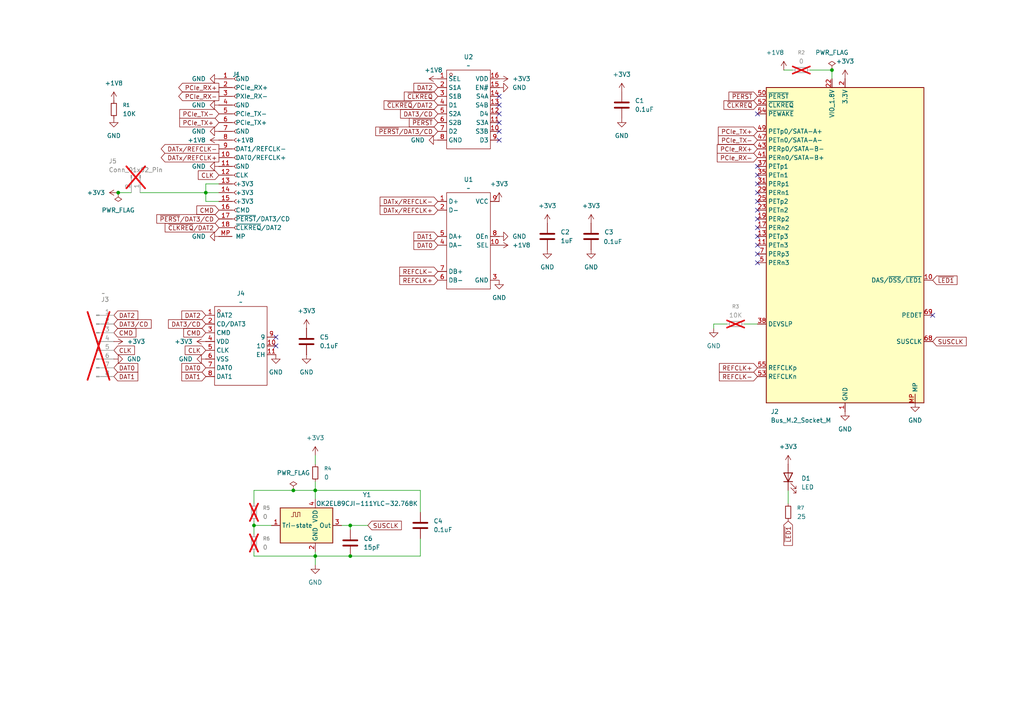
<source format=kicad_sch>
(kicad_sch (version 20250114) (generator "eeschema") (generator_version "9.0")
  (paper "A4")
  (lib_symbols
    (symbol "Connector:Conn_01x02_Pin" (pin_names (offset 1.016) (hide yes))
      (property "Reference" "J" (at 0 2.54 0))
      (property "Value" "Conn_01x02_Pin" (at 0 -5.08 0))
      (symbol "Conn_01x02_Pin_1_1"
        (rectangle (start 0.8636 0.127) (end 0 -0.127) (stroke (width 0.1524)) (fill (type outline)))
        (rectangle (start 0.8636 -2.413) (end 0 -2.667) (stroke (width 0.1524)) (fill (type outline)))
        (polyline (pts (xy 1.27 0) (xy 0.8636 0)) (stroke (width 0.1524)))
        (polyline (pts (xy 1.27 -2.54) (xy 0.8636 -2.54)) (stroke (width 0.1524)))
        (pin passive line (at 5.08 0 180) (length 3.81) (name "Pin_1") (number "1"))
        (pin passive line (at 5.08 -2.54 180) (length 3.81) (name "Pin_2") (number "2"))
      )
    )
    (symbol "Connector:Conn_01x08_Pin" (pin_names (offset 1.016) (hide yes))
      (property "Reference" "J" (at 0 10.16 0))
      (property "Value" "Conn_01x08_Pin" (at 0 -12.7 0))
      (symbol "Conn_01x08_Pin_1_1"
        (rectangle (start 0.8636 7.747) (end 0 7.493) (stroke (width 0.1524)) (fill (type outline)))
        (rectangle (start 0.8636 5.207) (end 0 4.953) (stroke (width 0.1524)) (fill (type outline)))
        (rectangle (start 0.8636 2.667) (end 0 2.413) (stroke (width 0.1524)) (fill (type outline)))
        (rectangle (start 0.8636 0.127) (end 0 -0.127) (stroke (width 0.1524)) (fill (type outline)))
        (rectangle (start 0.8636 -2.413) (end 0 -2.667) (stroke (width 0.1524)) (fill (type outline)))
        (rectangle (start 0.8636 -4.953) (end 0 -5.207) (stroke (width 0.1524)) (fill (type outline)))
        (rectangle (start 0.8636 -7.493) (end 0 -7.747) (stroke (width 0.1524)) (fill (type outline)))
        (rectangle (start 0.8636 -10.033) (end 0 -10.287) (stroke (width 0.1524)) (fill (type outline)))
        (polyline (pts (xy 1.27 7.62) (xy 0.8636 7.62)) (stroke (width 0.1524)))
        (polyline (pts (xy 1.27 5.08) (xy 0.8636 5.08)) (stroke (width 0.1524)))
        (polyline (pts (xy 1.27 2.54) (xy 0.8636 2.54)) (stroke (width 0.1524)))
        (polyline (pts (xy 1.27 0) (xy 0.8636 0)) (stroke (width 0.1524)))
        (polyline (pts (xy 1.27 -2.54) (xy 0.8636 -2.54)) (stroke (width 0.1524)))
        (polyline (pts (xy 1.27 -5.08) (xy 0.8636 -5.08)) (stroke (width 0.1524)))
        (polyline (pts (xy 1.27 -7.62) (xy 0.8636 -7.62)) (stroke (width 0.1524)))
        (polyline (pts (xy 1.27 -10.16) (xy 0.8636 -10.16)) (stroke (width 0.1524)))
        (pin passive line (at 5.08 7.62 180) (length 3.81) (name "Pin_1") (number "1"))
        (pin passive line (at 5.08 5.08 180) (length 3.81) (name "Pin_2") (number "2"))
        (pin passive line (at 5.08 2.54 180) (length 3.81) (name "Pin_3") (number "3"))
        (pin passive line (at 5.08 0 180) (length 3.81) (name "Pin_4") (number "4"))
        (pin passive line (at 5.08 -2.54 180) (length 3.81) (name "Pin_5") (number "5"))
        (pin passive line (at 5.08 -5.08 180) (length 3.81) (name "Pin_6") (number "6"))
        (pin passive line (at 5.08 -7.62 180) (length 3.81) (name "Pin_7") (number "7"))
        (pin passive line (at 5.08 -10.16 180) (length 3.81) (name "Pin_8") (number "8"))
      )
    )
    (symbol "Device:C" (pin_numbers (hide yes)) (pin_names (offset 0.254))
      (property "Reference" "C" (at 0.635 2.54 0))
      (property "Value" "C" (at 0.635 -2.54 0))
      (symbol "C_0_1"
        (polyline (pts (xy -2.032 0.762) (xy 2.032 0.762)) (stroke (width 0.508)))
        (polyline (pts (xy -2.032 -0.762) (xy 2.032 -0.762)) (stroke (width 0.508)))
      )
      (symbol "C_1_1"
        (pin passive line (at 0 3.81 270) (length 2.794) (name "~") (number "1"))
        (pin passive line (at 0 -3.81 90) (length 2.794) (name "~") (number "2"))
      )
    )
    (symbol "Device:LED" (pin_numbers (hide yes)) (pin_names (offset 1.016) (hide yes))
      (property "Reference" "D" (at 0 2.54 0))
      (property "Value" "LED" (at 0 -2.54 0))
      (symbol "LED_0_1"
        (polyline (pts (xy -3.048 -0.762) (xy -4.572 -2.286) (xy -3.81 -2.286) (xy -4.572 -2.286) (xy -4.572 -1.524)))
        (polyline (pts (xy -1.778 -0.762) (xy -3.302 -2.286) (xy -2.54 -2.286) (xy -3.302 -2.286) (xy -3.302 -1.524)))
        (polyline (pts (xy -1.27 0) (xy 1.27 0)))
        (polyline (pts (xy -1.27 -1.27) (xy -1.27 1.27)) (stroke (width 0.254)))
        (polyline (pts (xy 1.27 -1.27) (xy 1.27 1.27) (xy -1.27 0) (xy 1.27 -1.27)) (stroke (width 0.254)))
      )
      (symbol "LED_1_1"
        (pin passive line (at -3.81 0 0) (length 2.54) (name "K") (number "1"))
        (pin passive line (at 3.81 0 180) (length 2.54) (name "A") (number "2"))
      )
    )
    (symbol "Device:R_Small" (pin_numbers (hide yes)) (pin_names (offset 0.254) (hide yes))
      (property "Reference" "R" (at 0 0 90))
      (property "Value" "R_Small" (at 1.778 0 90))
      (symbol "R_Small_0_1"
        (rectangle (start -0.762 1.778) (end 0.762 -1.778) (stroke (width 0.2032)))
      )
      (symbol "R_Small_1_1"
        (pin passive line (at 0 2.54 270) (length 0.762) (name "~") (number "1"))
        (pin passive line (at 0 -2.54 90) (length 0.762) (name "~") (number "2"))
      )
    )
    (symbol "m1cha:Bus_M.2_Socket_M_Platform"
      (property "Reference" "J" (at -22.86 46.99 0))
      (property "Value" "Bus_M.2_Socket_M_Platform" (at 16.51 46.99 0))
      (symbol "Bus_M.2_Socket_M_Platform_0_1"
        (rectangle (start -22.86 45.72) (end 22.86 -45.72) (stroke (width 0.254)) (fill (type background)))
      )
      (symbol "Bus_M.2_Socket_M_Platform_1_1"
        (pin input line (at -25.4 43.18 0) (length 2.54) (name "~{PERST}") (number "50"))
        (pin bidirectional line (at -25.4 40.64 0) (length 2.54) (name "~{CLKREQ}") (number "52"))
        (pin bidirectional line (at -25.4 38.1 0) (length 2.54) (name "~{PEWAKE}") (number "54"))
        (pin input line (at -25.4 33.02 0) (length 2.54) (name "PETp0/SATA-A+") (number "49"))
        (pin input line (at -25.4 30.48 0) (length 2.54) (name "PETn0/SATA-A-") (number "47"))
        (pin output line (at -25.4 27.94 0) (length 2.54) (name "PERp0/SATA-B-") (number "43"))
        (pin output line (at -25.4 25.4 0) (length 2.54) (name "PERn0/SATA-B+") (number "41"))
        (pin input line (at -25.4 22.86 0) (length 2.54) (name "PETp1") (number "37"))
        (pin input line (at -25.4 20.32 0) (length 2.54) (name "PETn1") (number "35"))
        (pin output line (at -25.4 17.78 0) (length 2.54) (name "PERp1") (number "31"))
        (pin output line (at -25.4 15.24 0) (length 2.54) (name "PERn1") (number "29"))
        (pin input line (at -25.4 12.7 0) (length 2.54) (name "PETp2") (number "25"))
        (pin input line (at -25.4 10.16 0) (length 2.54) (name "PETn2") (number "23"))
        (pin output line (at -25.4 7.62 0) (length 2.54) (name "PERp2") (number "19"))
        (pin output line (at -25.4 5.08 0) (length 2.54) (name "PERn2") (number "17"))
        (pin input line (at -25.4 2.54 0) (length 2.54) (name "PETp3") (number "13"))
        (pin input line (at -25.4 0 0) (length 2.54) (name "PETn3") (number "11"))
        (pin output line (at -25.4 -2.54 0) (length 2.54) (name "PERp3") (number "7"))
        (pin output line (at -25.4 -5.08 0) (length 2.54) (name "PERn3") (number "5"))
        (pin input line (at -25.4 -22.86 0) (length 2.54) (name "DEVSLP") (number "38"))
        (pin input line (at -25.4 -35.56 0) (length 2.54) (name "REFCLKp") (number "55"))
        (pin input line (at -25.4 -38.1 0) (length 2.54) (name "REFCLKn") (number "53"))
        (pin power_in line (at -3.81 48.26 270) (length 2.54) (name "VIO_1.8V") (number "22"))
        (pin passive line (at 0 48.26 270) (length 2.54) (hide yes) (name "3.3V") (number "12"))
        (pin passive line (at 0 48.26 270) (length 2.54) (hide yes) (name "3.3V") (number "14"))
        (pin passive line (at 0 48.26 270) (length 2.54) (hide yes) (name "3.3V") (number "16"))
        (pin passive line (at 0 48.26 270) (length 2.54) (hide yes) (name "3.3V") (number "18"))
        (pin power_in line (at 0 48.26 270) (length 2.54) (name "3.3V") (number "2"))
        (pin passive line (at 0 48.26 270) (length 2.54) (hide yes) (name "3.3V") (number "4"))
        (pin passive line (at 0 48.26 270) (length 2.54) (hide yes) (name "3.3V") (number "70"))
        (pin passive line (at 0 48.26 270) (length 2.54) (hide yes) (name "3.3V") (number "72"))
        (pin passive line (at 0 48.26 270) (length 2.54) (hide yes) (name "3.3V") (number "74"))
        (pin power_in line (at 0 -48.26 90) (length 2.54) (name "GND") (number "1"))
        (pin passive line (at 0 -48.26 90) (length 2.54) (hide yes) (name "GND") (number "15"))
        (pin passive line (at 0 -48.26 90) (length 2.54) (hide yes) (name "GND") (number "21"))
        (pin passive line (at 0 -48.26 90) (length 2.54) (hide yes) (name "GND") (number "27"))
        (pin passive line (at 0 -48.26 90) (length 2.54) (hide yes) (name "GND") (number "3"))
        (pin passive line (at 0 -48.26 90) (length 2.54) (hide yes) (name "GND") (number "33"))
        (pin passive line (at 0 -48.26 90) (length 2.54) (hide yes) (name "GND") (number "39"))
        (pin passive line (at 0 -48.26 90) (length 2.54) (hide yes) (name "GND") (number "45"))
        (pin passive line (at 0 -48.26 90) (length 2.54) (hide yes) (name "GND") (number "51"))
        (pin passive line (at 0 -48.26 90) (length 2.54) (hide yes) (name "GND") (number "57"))
        (pin passive line (at 0 -48.26 90) (length 2.54) (hide yes) (name "GND") (number "71"))
        (pin passive line (at 0 -48.26 90) (length 2.54) (hide yes) (name "GND") (number "73"))
        (pin passive line (at 0 -48.26 90) (length 2.54) (hide yes) (name "GND") (number "75"))
        (pin passive line (at 0 -48.26 90) (length 2.54) (hide yes) (name "GND") (number "9"))
        (pin power_in line (at 20.32 -45.72 90) (length 2.54) (name "MP") (number "MP"))
        (pin no_connect line (at 22.86 40.64 180) (length 2.54) (hide yes) (name "NC") (number "58"))
        (pin no_connect line (at 22.86 38.1 180) (length 2.54) (hide yes) (name "NC") (number "56"))
        (pin no_connect line (at 22.86 35.56 180) (length 2.54) (hide yes) (name "NC") (number "48"))
        (pin no_connect line (at 22.86 33.02 180) (length 2.54) (hide yes) (name "NC") (number "46"))
        (pin no_connect line (at 22.86 30.48 180) (length 2.54) (hide yes) (name "NC") (number "44"))
        (pin no_connect line (at 22.86 27.94 180) (length 2.54) (hide yes) (name "NC") (number "42"))
        (pin no_connect line (at 22.86 25.4 180) (length 2.54) (hide yes) (name "NC") (number "40"))
        (pin no_connect line (at 22.86 22.86 180) (length 2.54) (hide yes) (name "NC") (number "36"))
        (pin no_connect line (at 22.86 20.32 180) (length 2.54) (hide yes) (name "NC") (number "34"))
        (pin no_connect line (at 22.86 17.78 180) (length 2.54) (hide yes) (name "NC") (number "32"))
        (pin no_connect line (at 22.86 15.24 180) (length 2.54) (hide yes) (name "NC") (number "30"))
        (pin no_connect line (at 22.86 12.7 180) (length 2.54) (hide yes) (name "NC") (number "28"))
        (pin no_connect line (at 22.86 10.16 180) (length 2.54) (hide yes) (name "NC") (number "26"))
        (pin no_connect line (at 22.86 7.62 180) (length 2.54) (hide yes) (name "NC") (number "24"))
        (pin no_connect line (at 22.86 2.54 180) (length 2.54) (hide yes) (name "NC") (number "20"))
        (pin no_connect line (at 22.86 0 180) (length 2.54) (hide yes) (name "NC") (number "8"))
        (pin no_connect line (at 22.86 -2.54 180) (length 2.54) (hide yes) (name "NC") (number "6"))
        (pin no_connect line (at 22.86 -5.08 180) (length 2.54) (hide yes) (name "NC") (number "67"))
        (pin bidirectional line (at 25.4 -10.16 180) (length 2.54) (name "DAS/~{DSS}/~{LED1}") (number "10"))
        (pin passive line (at 25.4 -20.32 180) (length 2.54) (name "PEDET") (number "69"))
        (pin input line (at 25.4 -27.94 180) (length 2.54) (name "SUSCLK") (number "68"))
      )
    )
    (symbol "m1cha:Molex uSD connector 503398-1892"
      (property "Reference" "CARD" (at 0 0 0))
      (symbol "Molex uSD connector 503398-1892_1_0"
        (rectangle (start -7.62 -11.43) (end 7.62 11.43))
        (circle (center -6.35 10.16) (radius 0.381))
        (pin bidirectional line (at -10.16 8.89 0) (length 2.54) (name "DAT2") (number "1"))
        (pin bidirectional line (at -10.16 6.35 0) (length 2.54) (name "CD/DAT3") (number "2"))
        (pin input line (at -10.16 3.81 0) (length 2.54) (name "CMD") (number "3"))
        (pin power_in line (at -10.16 1.27 0) (length 2.54) (name "VDD") (number "4"))
        (pin input line (at -10.16 -1.27 0) (length 2.54) (name "CLK") (number "5"))
        (pin power_in line (at -10.16 -3.81 0) (length 2.54) (name "VSS") (number "6"))
        (pin bidirectional line (at -10.16 -6.35 0) (length 2.54) (name "DAT0") (number "7"))
        (pin bidirectional line (at -10.16 -8.89 0) (length 2.54) (name "DAT1") (number "8"))
        (pin passive line (at 10.16 2.54 180) (length 2.54) (name "9") (number "9"))
        (pin passive line (at 10.16 0 180) (length 2.54) (name "10") (number "10"))
        (pin passive line (at 10.16 -2.54 180) (length 2.54) (name "EH") (number "11"))
      )
    )
    (symbol "m1cha:OK2EL89CJI-111YLC-32.768K"
      (property "Reference" "Y" (at -6.35 6.35 0))
      (property "Value" "OK2EL89CJI-111YLC-32.768K" (at 11.43 6.35 0))
      (symbol "OK2EL89CJI-111YLC-32.768K_1_1"
        (rectangle (start -7.62 5.08) (end 7.62 -5.08) (stroke (width 0.254)) (fill (type background)))
        (polyline (pts (xy -4.445 2.54) (xy -3.81 2.54) (xy -3.81 3.81) (xy -3.175 3.81) (xy -3.175 2.54) (xy -2.54 2.54) (xy -2.54 3.81) (xy -1.905 3.81) (xy -1.905 2.54)))
        (pin input line (at -10.16 0 0) (length 2.54) (name "Tri-state") (number "1"))
        (pin power_in line (at 2.54 7.62 270) (length 2.54) (name "VDD") (number "4"))
        (pin power_in line (at 2.54 -7.62 90) (length 2.54) (name "GND") (number "2"))
        (pin output line (at 10.16 0 180) (length 2.54) (name "Out") (number "3"))
      )
    )
    (symbol "m1cha:TMUX1574PWR"
      (property "Reference" "U" (at 0 0 0))
      (symbol "TMUX1574PWR_1_0"
        (rectangle (start -6.35 -11.43) (end 6.35 11.43))
        (circle (center -5.08 10.16) (radius 0.381))
        (pin input line (at -8.89 8.89 0) (length 2.54) (name "SEL") (number "1"))
        (pin bidirectional line (at -8.89 6.35 0) (length 2.54) (name "S1A") (number "2"))
        (pin bidirectional line (at -8.89 3.81 0) (length 2.54) (name "S1B") (number "3"))
        (pin bidirectional line (at -8.89 1.27 0) (length 2.54) (name "D1") (number "4"))
        (pin bidirectional line (at -8.89 -1.27 0) (length 2.54) (name "S2A") (number "5"))
        (pin bidirectional line (at -8.89 -3.81 0) (length 2.54) (name "S2B") (number "6"))
        (pin bidirectional line (at -8.89 -6.35 0) (length 2.54) (name "D2") (number "7"))
        (pin power_in line (at -8.89 -8.89 0) (length 2.54) (name "GND") (number "8"))
        (pin power_in line (at 8.89 8.89 180) (length 2.54) (name "VDD") (number "16"))
        (pin input line (at 8.89 6.35 180) (length 2.54) (name "EN#") (number "15"))
        (pin bidirectional line (at 8.89 3.81 180) (length 2.54) (name "S4A") (number "14"))
        (pin bidirectional line (at 8.89 1.27 180) (length 2.54) (name "S4B") (number "13"))
        (pin bidirectional line (at 8.89 -1.27 180) (length 2.54) (name "D4") (number "12"))
        (pin bidirectional line (at 8.89 -3.81 180) (length 2.54) (name "S3A") (number "11"))
        (pin bidirectional line (at 8.89 -6.35 180) (length 2.54) (name "S3B") (number "10"))
        (pin bidirectional line (at 8.89 -8.89 180) (length 2.54) (name "D3") (number "9"))
      )
    )
    (symbol "m1cha:TMUXHS221NKGT"
      (property "Reference" "U" (at 0 0 0))
      (symbol "TMUXHS221NKGT_1_0"
        (rectangle (start -6.35 13.97) (end 6.35 -13.97))
        (pin bidirectional line (at -8.89 11.43 0) (length 2.54) (name "D+") (number "1"))
        (pin bidirectional line (at -8.89 8.89 0) (length 2.54) (name "D-") (number "2"))
        (pin bidirectional line (at -8.89 1.27 0) (length 2.54) (name "DA+") (number "5"))
        (pin bidirectional line (at -8.89 -1.27 0) (length 2.54) (name "DA-") (number "4"))
        (pin bidirectional line (at -8.89 -8.89 0) (length 2.54) (name "DB+") (number "7"))
        (pin bidirectional line (at -8.89 -11.43 0) (length 2.54) (name "DB-") (number "6"))
        (pin power_in line (at 8.89 11.43 180) (length 2.54) (name "VCC") (number "9"))
        (pin input line (at 8.89 1.27 180) (length 2.54) (name "OEn") (number "8"))
        (pin input line (at 8.89 -1.27 180) (length 2.54) (name "SEL") (number "10"))
        (pin power_in line (at 8.89 -11.43 180) (length 2.54) (name "GND") (number "3"))
      )
    )
    (symbol "m1cha:usdex-fpc-connector" (pin_names (offset 1.016))
      (property "Reference" "J" (at 0 22.86 0))
      (property "Value" "usdex-fpc-connector" (at -2.286 25.146 0))
      (symbol "usdex-fpc-connector_1_1"
        (polyline (pts (xy -1.27 20.32) (xy -0.508 20.32)) (stroke (width 0.1524)))
        (polyline (pts (xy -1.27 17.78) (xy -0.508 17.78)) (stroke (width 0.1524)))
        (polyline (pts (xy -1.27 15.24) (xy -0.508 15.24)) (stroke (width 0.1524)))
        (polyline (pts (xy -1.27 12.7) (xy -0.508 12.7)) (stroke (width 0.1524)))
        (polyline (pts (xy -1.27 10.16) (xy -0.508 10.16)) (stroke (width 0.1524)))
        (polyline (pts (xy -1.27 7.62) (xy -0.508 7.62)) (stroke (width 0.1524)))
        (polyline (pts (xy -1.27 5.08) (xy -0.508 5.08)) (stroke (width 0.1524)))
        (polyline (pts (xy -1.27 2.54) (xy -0.508 2.54)) (stroke (width 0.1524)))
        (polyline (pts (xy -1.27 0) (xy -0.508 0)) (stroke (width 0.1524)))
        (polyline (pts (xy -1.27 -2.54) (xy -0.508 -2.54)) (stroke (width 0.1524)))
        (polyline (pts (xy -1.27 -5.08) (xy -0.508 -5.08)) (stroke (width 0.1524)))
        (polyline (pts (xy -1.27 -7.62) (xy -0.508 -7.62)) (stroke (width 0.1524)))
        (polyline (pts (xy -1.27 -10.16) (xy -0.508 -10.16)) (stroke (width 0.1524)))
        (polyline (pts (xy -1.27 -12.7) (xy -0.508 -12.7)) (stroke (width 0.1524)))
        (polyline (pts (xy -1.27 -15.24) (xy -0.508 -15.24)) (stroke (width 0.1524)))
        (polyline (pts (xy -1.27 -17.78) (xy -0.508 -17.78)) (stroke (width 0.1524)))
        (polyline (pts (xy -1.27 -20.32) (xy -0.508 -20.32)) (stroke (width 0.1524)))
        (polyline (pts (xy -1.27 -22.86) (xy -0.508 -22.86)) (stroke (width 0.1524)))
        (arc (start 0 19.812) (mid -0.5058 20.32) (end 0 20.828) (stroke (width 0.1524)))
        (arc (start 0 17.272) (mid -0.5058 17.78) (end 0 18.288) (stroke (width 0.1524)))
        (arc (start 0 14.732) (mid -0.5058 15.24) (end 0 15.748) (stroke (width 0.1524)))
        (arc (start 0 12.192) (mid -0.5058 12.7) (end 0 13.208) (stroke (width 0.1524)))
        (arc (start 0 9.652) (mid -0.5058 10.16) (end 0 10.668) (stroke (width 0.1524)))
        (arc (start 0 7.112) (mid -0.5058 7.62) (end 0 8.128) (stroke (width 0.1524)))
        (arc (start 0 4.572) (mid -0.5058 5.08) (end 0 5.588) (stroke (width 0.1524)))
        (arc (start 0 2.032) (mid -0.5058 2.54) (end 0 3.048) (stroke (width 0.1524)))
        (arc (start 0 -0.508) (mid -0.5058 0) (end 0 0.508) (stroke (width 0.1524)))
        (arc (start 0 -3.048) (mid -0.5058 -2.54) (end 0 -2.032) (stroke (width 0.1524)))
        (arc (start 0 -5.588) (mid -0.5058 -5.08) (end 0 -4.572) (stroke (width 0.1524)))
        (arc (start 0 -8.128) (mid -0.5058 -7.62) (end 0 -7.112) (stroke (width 0.1524)))
        (arc (start 0 -10.668) (mid -0.5058 -10.16) (end 0 -9.652) (stroke (width 0.1524)))
        (arc (start 0 -13.208) (mid -0.5058 -12.7) (end 0 -12.192) (stroke (width 0.1524)))
        (arc (start 0 -15.748) (mid -0.5058 -15.24) (end 0 -14.732) (stroke (width 0.1524)))
        (arc (start 0 -18.288) (mid -0.5058 -17.78) (end 0 -17.272) (stroke (width 0.1524)))
        (arc (start 0 -20.828) (mid -0.5058 -20.32) (end 0 -19.812) (stroke (width 0.1524)))
        (arc (start 0 -23.368) (mid -0.5058 -22.86) (end 0 -22.352) (stroke (width 0.1524)))
        (pin power_out line (at -5.08 20.32 0) (length 3.81) (name "GND") (number "1"))
        (pin passive line (at -5.08 17.78 0) (length 3.81) (name "PCIe_RX+") (number "2"))
        (pin passive line (at -5.08 15.24 0) (length 3.81) (name "PXIe_RX-") (number "3"))
        (pin passive line (at -5.08 12.7 0) (length 3.81) (name "GND") (number "4"))
        (pin passive line (at -5.08 10.16 0) (length 3.81) (name "PCIe_TX-") (number "5"))
        (pin passive line (at -5.08 7.62 0) (length 3.81) (name "PCIe_TX+") (number "6"))
        (pin passive line (at -5.08 5.08 0) (length 3.81) (name "GND") (number "7"))
        (pin power_out line (at -5.08 2.54 0) (length 3.81) (name "+1V8") (number "8"))
        (pin passive line (at -5.08 0 0) (length 3.81) (name "DAT1/REFCLK-") (number "9"))
        (pin passive line (at -5.08 -2.54 0) (length 3.81) (name "DAT0/REFCLK+") (number "10"))
        (pin passive line (at -5.08 -5.08 0) (length 3.81) (name "GND") (number "11"))
        (pin passive line (at -5.08 -7.62 0) (length 3.81) (name "CLK") (number "12"))
        (pin power_out line (at -5.08 -10.16 0) (length 3.81) (name "+3V3") (number "13"))
        (pin passive line (at -5.08 -12.7 0) (length 3.81) (name "+3V3") (number "14"))
        (pin passive line (at -5.08 -15.24 0) (length 3.81) (name "+3V3") (number "15"))
        (pin passive line (at -5.08 -17.78 0) (length 3.81) (name "CMD") (number "16"))
        (pin passive line (at -5.08 -20.32 0) (length 3.81) (name "~{PERST}/DAT3/CD") (number "17"))
        (pin passive line (at -5.08 -22.86 0) (length 3.81) (name "~{CLKREQ}/DAT2") (number "18"))
        (pin passive line (at -5.08 -25.4 0) (length 3.81) (name "MP") (number "MP"))
      )
    )
    (symbol "power:+1V8" (power) (pin_numbers (hide yes)) (pin_names (offset 0) (hide yes))
      (property "Value" "+1V8" (at 0 3.556 0))
      (symbol "+1V8_0_1"
        (polyline (pts (xy -0.762 1.27) (xy 0 2.54)))
        (polyline (pts (xy 0 2.54) (xy 0.762 1.27)))
        (polyline (pts (xy 0 0) (xy 0 2.54)))
      )
      (symbol "+1V8_1_1"
        (pin power_in line (at 0 0 90) (length 0) (name "~") (number "1"))
      )
    )
    (symbol "power:+3V3" (power) (pin_numbers (hide yes)) (pin_names (offset 0) (hide yes))
      (property "Value" "+3V3" (at 0 3.556 0))
      (symbol "+3V3_0_1"
        (polyline (pts (xy -0.762 1.27) (xy 0 2.54)))
        (polyline (pts (xy 0 2.54) (xy 0.762 1.27)))
        (polyline (pts (xy 0 0) (xy 0 2.54)))
      )
      (symbol "+3V3_1_1"
        (pin power_in line (at 0 0 90) (length 0) (name "~") (number "1"))
      )
    )
    (symbol "power:GND" (power) (pin_numbers (hide yes)) (pin_names (offset 0) (hide yes))
      (property "Value" "GND" (at 0 -3.81 0))
      (symbol "GND_0_1"
        (polyline (pts (xy 0 0) (xy 0 -1.27) (xy 1.27 -1.27) (xy 0 -2.54) (xy -1.27 -1.27) (xy 0 -1.27)))
      )
      (symbol "GND_1_1"
        (pin power_in line (at 0 0 270) (length 0) (name "~") (number "1"))
      )
    )
    (symbol "power:PWR_FLAG" (power) (pin_numbers (hide yes)) (pin_names (offset 0) (hide yes))
      (property "Value" "PWR_FLAG" (at 0 3.81 0))
      (symbol "PWR_FLAG_0_0"
        (pin power_out line (at 0 0 90) (length 0) (name "~") (number "1"))
      )
      (symbol "PWR_FLAG_0_1"
        (polyline (pts (xy 0 0) (xy 0 1.27) (xy -1.016 1.905) (xy 0 2.54) (xy 1.016 1.905) (xy 0 1.27)))
      )
    )
  )
  (junction (at 91.44 142.24))
  (junction (at 85.09 142.24))
  (junction (at 241.3 20.32))
  (junction (at 101.6 152.4))
  (junction (at 73.66 152.4))
  (junction (at 101.6 161.29))
  (junction (at 59.69 55.88))
  (junction (at 34.29 55.88))
  (junction (at 91.44 161.29))
  (no_connect (at 144.78 30.48))
  (no_connect (at 144.78 40.64))
  (no_connect (at 219.71 58.42))
  (no_connect (at 144.78 27.94))
  (no_connect (at 219.71 60.96))
  (no_connect (at 80.01 97.79))
  (no_connect (at 80.01 100.33))
  (no_connect (at 219.71 71.12))
  (no_connect (at 219.71 53.34))
  (no_connect (at 219.71 48.26))
  (no_connect (at 144.78 33.02))
  (no_connect (at 219.71 63.5))
  (no_connect (at 219.71 66.04))
  (no_connect (at 270.51 91.44))
  (no_connect (at 219.71 33.02))
  (no_connect (at 219.71 76.2))
  (no_connect (at 219.71 68.58))
  (no_connect (at 144.78 35.56))
  (no_connect (at 219.71 55.88))
  (no_connect (at 219.71 50.8))
  (no_connect (at 144.78 38.1))
  (no_connect (at 219.71 73.66))
  (wire (pts (xy 73.66 160.02) (xy 73.66 161.29)))
  (wire (pts (xy 215.9 93.98) (xy 219.71 93.98)))
  (wire (pts (xy 59.69 53.34) (xy 59.69 55.88)))
  (wire (pts (xy 91.44 139.7) (xy 91.44 142.24)))
  (wire (pts (xy 101.6 152.4) (xy 101.6 153.67)))
  (wire (pts (xy 91.44 132.08) (xy 91.44 134.62)))
  (wire (pts (xy 73.66 146.05) (xy 73.66 142.24)))
  (wire (pts (xy 91.44 163.83) (xy 91.44 161.29)))
  (wire (pts (xy 228.6 142.24) (xy 228.6 146.05)))
  (wire (pts (xy 73.66 142.24) (xy 85.09 142.24)))
  (wire (pts (xy 34.29 55.88) (xy 38.1 55.88)))
  (wire (pts (xy 59.69 55.88) (xy 63.5 55.88)))
  (wire (pts (xy 121.92 142.24) (xy 121.92 148.59)))
  (wire (pts (xy 207.01 93.98) (xy 210.82 93.98)))
  (wire (pts (xy 241.3 20.32) (xy 234.95 20.32)))
  (wire (pts (xy 101.6 152.4) (xy 99.06 152.4)))
  (wire (pts (xy 106.68 152.4) (xy 101.6 152.4)))
  (wire (pts (xy 121.92 161.29) (xy 101.6 161.29)))
  (wire (pts (xy 63.5 58.42) (xy 59.69 58.42)))
  (wire (pts (xy 91.44 142.24) (xy 91.44 144.78)))
  (wire (pts (xy 121.92 156.21) (xy 121.92 161.29)))
  (wire (pts (xy 101.6 161.29) (xy 91.44 161.29)))
  (wire (pts (xy 207.01 95.25) (xy 207.01 93.98)))
  (wire (pts (xy 91.44 161.29) (xy 91.44 160.02)))
  (wire (pts (xy 73.66 152.4) (xy 73.66 154.94)))
  (wire (pts (xy 227.33 20.32) (xy 229.87 20.32)))
  (wire (pts (xy 40.64 55.88) (xy 59.69 55.88)))
  (wire (pts (xy 85.09 142.24) (xy 91.44 142.24)))
  (wire (pts (xy 59.69 58.42) (xy 59.69 55.88)))
  (wire (pts (xy 73.66 161.29) (xy 91.44 161.29)))
  (wire (pts (xy 78.74 152.4) (xy 73.66 152.4)))
  (wire (pts (xy 241.3 20.32) (xy 241.3 22.86)))
  (wire (pts (xy 91.44 142.24) (xy 121.92 142.24)))
  (wire (pts (xy 63.5 53.34) (xy 59.69 53.34)))
  (wire (pts (xy 73.66 152.4) (xy 73.66 151.13)))
  (global_label "CMD" (shape input) (at 63.5 60.96 180) (property "Intersheetrefs" "${INTERSHEET_REFS}" (effects (hide yes))))
  (global_label "DAT0" (shape input) (at 127 71.12 180) (property "Intersheetrefs" "${INTERSHEET_REFS}" (effects (hide yes))))
  (global_label "PCIe_RX+" (shape input) (at 219.71 43.18 180) (property "Intersheetrefs" "${INTERSHEET_REFS}" (effects (hide yes))))
  (global_label "SUSCLK" (shape input) (at 270.51 99.06 0) (property "Intersheetrefs" "${INTERSHEET_REFS}" (effects (hide yes))))
  (global_label "REFCLK-" (shape input) (at 127 78.74 180) (property "Intersheetrefs" "${INTERSHEET_REFS}" (effects (hide yes))))
  (global_label "CLK" (shape input) (at 63.5 50.8 180) (property "Intersheetrefs" "${INTERSHEET_REFS}" (effects (hide yes))))
  (global_label "~{PERST}" (shape input) (at 219.71 27.94 180) (property "Intersheetrefs" "${INTERSHEET_REFS}" (effects (hide yes))))
  (global_label "~{CLKREQ}" (shape input) (at 219.71 30.48 180) (property "Intersheetrefs" "${INTERSHEET_REFS}" (effects (hide yes))))
  (global_label "REFCLK+" (shape input) (at 219.71 106.68 180) (property "Intersheetrefs" "${INTERSHEET_REFS}" (effects (hide yes))))
  (global_label "~{CLKREQ}" (shape input) (at 127 27.94 180) (property "Intersheetrefs" "${INTERSHEET_REFS}" (effects (hide yes))))
  (global_label "DAT2" (shape input) (at 127 25.4 180) (property "Intersheetrefs" "${INTERSHEET_REFS}" (effects (hide yes))))
  (global_label "PCIe_TX-" (shape input) (at 219.71 40.64 180) (property "Intersheetrefs" "${INTERSHEET_REFS}" (effects (hide yes))))
  (global_label "~{PERST}{slash}DAT3{slash}CD" (shape input) (at 63.5 63.5 180) (property "Intersheetrefs" "${INTERSHEET_REFS}" (effects (hide yes))))
  (global_label "DAT0" (shape input) (at 33.02 106.68 0) (property "Intersheetrefs" "${INTERSHEET_REFS}" (effects (hide yes))))
  (global_label "PCIe_TX+" (shape input) (at 219.71 38.1 180) (property "Intersheetrefs" "${INTERSHEET_REFS}" (effects (hide yes))))
  (global_label "DAT1" (shape input) (at 59.69 109.22 180) (property "Intersheetrefs" "${INTERSHEET_REFS}" (effects (hide yes))))
  (global_label "DAT1" (shape input) (at 127 68.58 180) (property "Intersheetrefs" "${INTERSHEET_REFS}" (effects (hide yes))))
  (global_label "SUSCLK" (shape input) (at 106.68 152.4 0) (property "Intersheetrefs" "${INTERSHEET_REFS}" (effects (hide yes))))
  (global_label "PCIe_RX-" (shape output) (at 63.5 27.94 180) (property "Intersheetrefs" "${INTERSHEET_REFS}" (effects (hide yes))))
  (global_label "~{CLKREQ}{slash}DAT2" (shape input) (at 127 30.48 180) (property "Intersheetrefs" "${INTERSHEET_REFS}" (effects (hide yes))))
  (global_label "CMD" (shape input) (at 59.69 96.52 180) (property "Intersheetrefs" "${INTERSHEET_REFS}" (effects (hide yes))))
  (global_label "~{LED1}" (shape input) (at 270.51 81.28 0) (property "Intersheetrefs" "${INTERSHEET_REFS}" (effects (hide yes))))
  (global_label "CLK" (shape input) (at 33.02 101.6 0) (property "Intersheetrefs" "${INTERSHEET_REFS}" (effects (hide yes))))
  (global_label "~{CLKREQ}{slash}DAT2" (shape input) (at 63.5 66.04 180) (property "Intersheetrefs" "${INTERSHEET_REFS}" (effects (hide yes))))
  (global_label "DAT1" (shape input) (at 33.02 109.22 0) (property "Intersheetrefs" "${INTERSHEET_REFS}" (effects (hide yes))))
  (global_label "DATx{slash}REFCLK-" (shape input) (at 127 58.42 180) (property "Intersheetrefs" "${INTERSHEET_REFS}" (effects (hide yes))))
  (global_label "CLK" (shape input) (at 59.69 101.6 180) (property "Intersheetrefs" "${INTERSHEET_REFS}" (effects (hide yes))))
  (global_label "DAT2" (shape input) (at 33.02 91.44 0) (property "Intersheetrefs" "${INTERSHEET_REFS}" (effects (hide yes))))
  (global_label "DAT2" (shape input) (at 59.69 91.44 180) (property "Intersheetrefs" "${INTERSHEET_REFS}" (effects (hide yes))))
  (global_label "DAT3{slash}CD" (shape input) (at 33.02 93.98 0) (property "Intersheetrefs" "${INTERSHEET_REFS}" (effects (hide yes))))
  (global_label "DATx{slash}REFCLK+" (shape output) (at 63.5 45.72 180) (property "Intersheetrefs" "${INTERSHEET_REFS}" (effects (hide yes))))
  (global_label "DAT3{slash}CD" (shape input) (at 59.69 93.98 180) (property "Intersheetrefs" "${INTERSHEET_REFS}" (effects (hide yes))))
  (global_label "DAT3{slash}CD" (shape input) (at 127 33.02 180) (property "Intersheetrefs" "${INTERSHEET_REFS}" (effects (hide yes))))
  (global_label "REFCLK+" (shape input) (at 127 81.28 180) (property "Intersheetrefs" "${INTERSHEET_REFS}" (effects (hide yes))))
  (global_label "DATx{slash}REFCLK+" (shape input) (at 127 60.96 180) (property "Intersheetrefs" "${INTERSHEET_REFS}" (effects (hide yes))))
  (global_label "~{PERST}{slash}DAT3{slash}CD" (shape input) (at 127 38.1 180) (property "Intersheetrefs" "${INTERSHEET_REFS}" (effects (hide yes))))
  (global_label "DAT0" (shape input) (at 59.69 106.68 180) (property "Intersheetrefs" "${INTERSHEET_REFS}" (effects (hide yes))))
  (global_label "PCIe_TX+" (shape input) (at 63.5 35.56 180) (property "Intersheetrefs" "${INTERSHEET_REFS}" (effects (hide yes))))
  (global_label "PCIe_RX+" (shape output) (at 63.5 25.4 180) (property "Intersheetrefs" "${INTERSHEET_REFS}" (effects (hide yes))))
  (global_label "REFCLK-" (shape input) (at 219.71 109.22 180) (property "Intersheetrefs" "${INTERSHEET_REFS}" (effects (hide yes))))
  (global_label "PCIe_RX-" (shape input) (at 219.71 45.72 180) (property "Intersheetrefs" "${INTERSHEET_REFS}" (effects (hide yes))))
  (global_label "~{PERST}" (shape input) (at 127 35.56 180) (property "Intersheetrefs" "${INTERSHEET_REFS}" (effects (hide yes))))
  (global_label "DATx{slash}REFCLK-" (shape output) (at 63.5 43.18 180) (property "Intersheetrefs" "${INTERSHEET_REFS}" (effects (hide yes))))
  (global_label "PCIe_TX-" (shape input) (at 63.5 33.02 180) (property "Intersheetrefs" "${INTERSHEET_REFS}" (effects (hide yes))))
  (global_label "CMD" (shape input) (at 33.02 96.52 0) (property "Intersheetrefs" "${INTERSHEET_REFS}" (effects (hide yes))))
  (global_label "~{LED1}" (shape input) (at 228.6 151.13 270) (property "Intersheetrefs" "${INTERSHEET_REFS}" (effects (hide yes))))
  (symbol (lib_id "Device:LED") (at 228.6 138.43 90) (unit 1)
    (property "Reference" "D1" (at 232.41 138.7474 90) (effects (justify right)))
    (property "Value" "LED" (at 232.41 141.2874 90) (effects (justify right)))
    (property "Footprint" "LED_SMD:LED_0805_2012Metric" (effects (hide yes)))
    (property "Description" "Light emitting diode" (effects (hide yes)))
    (property "Sim.Pins" "1=K 2=A" (effects (hide yes)))
    (property "LCSC Part #" "C2297" (effects (hide yes)))
  )
  (symbol (lib_id "power:GND") (at 144.78 81.28 0) (unit 1)
    (property "Reference" "#PWR011" (effects (hide yes)))
    (property "Value" "GND" (at 144.78 86.36 0))
    (property "Description" "Power symbol creates a global label with name \"GND\" , ground" (effects (hide yes)))
  )
  (symbol (lib_id "power:+3V3") (at 88.9 95.25 0) (unit 1)
    (property "Reference" "#PWR057" (effects (hide yes)))
    (property "Value" "+3V3" (at 88.9 90.17 0))
    (property "Description" "Power symbol creates a global label with name \"+3V3\"" (effects (hide yes)))
  )
  (symbol (lib_id "power:GND") (at 91.44 163.83 0) (unit 1)
    (property "Reference" "#PWR027" (effects (hide yes)))
    (property "Value" "GND" (at 91.44 168.91 0))
    (property "Description" "Power symbol creates a global label with name \"GND\" , ground" (effects (hide yes)))
  )
  (symbol (lib_id "power:GND") (at 265.43 116.84 0) (unit 1)
    (property "Reference" "#PWR012" (effects (hide yes)))
    (property "Value" "GND" (at 265.43 121.92 0))
    (property "Description" "Power symbol creates a global label with name \"GND\" , ground" (effects (hide yes)))
  )
  (symbol (lib_id "Device:R_Small") (at 232.41 20.32 90) (unit 1) (dnp yes)
    (property "Reference" "R2" (at 232.41 15.24 90) (effects (font (size 1.016 1.016))))
    (property "Value" "0" (at 232.41 17.78 90))
    (property "Footprint" "Resistor_SMD:R_0402_1005Metric" (effects (hide yes)))
    (property "Description" "Resistor, small symbol" (effects (hide yes)))
  )
  (symbol (lib_id "Device:C") (at 121.92 152.4 0) (unit 1)
    (property "Reference" "C4" (at 125.73 151.1299 0) (effects (justify left)))
    (property "Value" "0.1uF" (at 125.73 153.6699 0) (effects (justify left)))
    (property "Footprint" "Capacitor_SMD:C_0402_1005Metric" (effects (hide yes)))
    (property "Description" "Unpolarized capacitor" (effects (hide yes)))
    (property "LCSC Part #" "C1525" (effects (hide yes)))
  )
  (symbol (lib_id "Connector:Conn_01x08_Pin") (at 27.94 99.06 0) (unit 1) (dnp yes)
    (property "Reference" "J3" (at 30.48 86.868 0))
    (property "Value" "~" (at 29.972 85.09 0))
    (property "Footprint" "Connector_PinHeader_2.54mm:PinHeader_1x08_P2.54mm_Vertical" (effects (hide yes)))
    (property "Description" "Generic connector, single row, 01x08, script generated" (effects (hide yes)))
  )
  (symbol (lib_id "Device:C") (at 158.75 68.58 0) (unit 1)
    (property "Reference" "C2" (at 162.56 67.3099 0) (effects (justify left)))
    (property "Value" "1uF" (at 162.56 69.8499 0) (effects (justify left)))
    (property "Footprint" "Capacitor_SMD:C_0402_1005Metric" (effects (hide yes)))
    (property "Description" "Unpolarized capacitor" (effects (hide yes)))
    (property "LCSC Part #" "C52923" (effects (hide yes)))
  )
  (symbol (lib_id "Device:C") (at 180.34 30.48 0) (unit 1)
    (property "Reference" "C1" (at 184.15 29.2099 0) (effects (justify left)))
    (property "Value" "0.1uF" (at 184.15 31.7499 0) (effects (justify left)))
    (property "Footprint" "Capacitor_SMD:C_0402_1005Metric" (effects (hide yes)))
    (property "Description" "Unpolarized capacitor" (effects (hide yes)))
    (property "LCSC Part #" "C1525" (effects (hide yes)))
  )
  (symbol (lib_id "Device:R_Small") (at 228.6 148.59 0) (unit 1)
    (property "Reference" "R7" (at 231.14 147.3199 0) (effects (font (size 1.016 1.016)) (justify left)))
    (property "Value" "25" (at 231.14 149.8599 0) (effects (justify left)))
    (property "Footprint" "Resistor_SMD:R_0805_2012Metric" (effects (hide yes)))
    (property "Description" "Resistor, small symbol" (effects (hide yes)))
    (property "LCSC Part #" "C17544" (effects (hide yes)))
  )
  (symbol (lib_id "power:GND") (at 171.45 72.39 0) (unit 1)
    (property "Reference" "#PWR023" (effects (hide yes)))
    (property "Value" "GND" (at 171.45 77.47 0))
    (property "Description" "Power symbol creates a global label with name \"GND\" , ground" (effects (hide yes)))
  )
  (symbol (lib_id "power:GND") (at 245.11 119.38 0) (unit 1)
    (property "Reference" "#PWR010" (effects (hide yes)))
    (property "Value" "GND" (at 245.11 124.46 0))
    (property "Description" "Power symbol creates a global label with name \"GND\" , ground" (effects (hide yes)))
  )
  (symbol (lib_id "power:GND") (at 63.5 30.48 270) (unit 1)
    (property "Reference" "#PWR043" (effects (hide yes)))
    (property "Value" "GND" (at 59.69 30.4799 90) (effects (justify right)))
    (property "Description" "Power symbol creates a global label with name \"GND\" , ground" (effects (hide yes)))
  )
  (symbol (lib_id "power:GND") (at 144.78 25.4 90) (unit 1)
    (property "Reference" "#PWR015" (effects (hide yes)))
    (property "Value" "GND" (at 148.59 25.3999 90) (effects (justify right)))
    (property "Description" "Power symbol creates a global label with name \"GND\" , ground" (effects (hide yes)))
  )
  (symbol (lib_id "power:GND") (at 63.5 68.58 270) (unit 1)
    (property "Reference" "#PWR058" (effects (hide yes)))
    (property "Value" "GND" (at 59.69 68.5799 90) (effects (justify right)))
    (property "Description" "Power symbol creates a global label with name \"GND\" , ground" (effects (hide yes)))
  )
  (symbol (lib_id "power:GND") (at 80.01 102.87 0) (unit 1)
    (property "Reference" "#PWR038" (effects (hide yes)))
    (property "Value" "GND" (at 80.01 107.95 0))
    (property "Description" "Power symbol creates a global label with name \"GND\" , ground" (effects (hide yes)))
  )
  (symbol (lib_id "power:PWR_FLAG") (at 241.3 20.32 0) (unit 1)
    (property "Reference" "#FLG02" (effects (hide yes)))
    (property "Value" "PWR_FLAG" (at 241.3 15.24 0))
    (property "Description" "Special symbol for telling ERC where power comes from" (effects (hide yes)))
  )
  (symbol (lib_id "power:+1V8") (at 63.5 40.64 90) (unit 1)
    (property "Reference" "#PWR044" (effects (hide yes)))
    (property "Value" "+1V8" (at 59.69 40.6399 90) (effects (justify left)))
    (property "Description" "Power symbol creates a global label with name \"+1V8\"" (effects (hide yes)))
  )
  (symbol (lib_id "m1cha:usdex-fpc-connector") (at 68.58 43.18 0) (unit 1)
    (property "Reference" "J1" (at 68.58 21.59 0))
    (property "Value" "~" (at 68.834 21.59 0))
    (property "Footprint" "m1cha:FPC-SMD_18P-P1.00_JS_AFA07-S18XXX" (effects (hide yes)))
    (property "Description" "Generic connector, single row, 01x18, script generated" (effects (hide yes)))
    (property "LCSC Part #" "C262744" (effects (hide yes)))
  )
  (symbol (lib_id "m1cha:OK2EL89CJI-111YLC-32.768K") (at 88.9 152.4 0) (unit 1)
    (property "Reference" "Y1" (at 106.426 143.51 0))
    (property "Value" "OK2EL89CJI-111YLC-32.768K" (at 106.426 146.05 0))
    (property "Footprint" "m1cha:OSC-SMD_4P-L3.2-W2.5-BL_TG-5006CE" (effects (hide yes)))
    (property "Datasheet" "https://atta.szlcsc.com/upload/public/pdf/source/20240731/88A160E12164C48C7C06D31001D8D73B.pdf" (effects (hide yes)))
    (property "Description" "1.8-3.3V SMD Ultra Miniature Crystal Clock Oscillator, Abracon" (effects (hide yes)))
    (property "LCSC Part #" "C5280579" (effects (hide yes)))
  )
  (symbol (lib_id "power:+3V3") (at 144.78 58.42 0) (unit 1)
    (property "Reference" "#PWR051" (effects (hide yes)))
    (property "Value" "+3V3" (at 144.78 53.34 0))
    (property "Description" "Power symbol creates a global label with name \"+3V3\"" (effects (hide yes)))
  )
  (symbol (lib_id "power:+3V3") (at 180.34 26.67 0) (unit 1)
    (property "Reference" "#PWR056" (effects (hide yes)))
    (property "Value" "+3V3" (at 180.34 21.59 0))
    (property "Description" "Power symbol creates a global label with name \"+3V3\"" (effects (hide yes)))
  )
  (symbol (lib_id "power:+3V3") (at 245.11 22.86 0) (unit 1)
    (property "Reference" "#PWR054" (effects (hide yes)))
    (property "Value" "+3V3" (at 245.11 17.78 0))
    (property "Description" "Power symbol creates a global label with name \"+3V3\"" (effects (hide yes)))
  )
  (symbol (lib_id "Device:C") (at 88.9 99.06 0) (unit 1)
    (property "Reference" "C5" (at 92.71 97.7899 0) (effects (justify left)))
    (property "Value" "0.1uF" (at 92.71 100.3299 0) (effects (justify left)))
    (property "Footprint" "Capacitor_SMD:C_0402_1005Metric" (effects (hide yes)))
    (property "Description" "Unpolarized capacitor" (effects (hide yes)))
    (property "LCSC Part #" "C1525" (effects (hide yes)))
  )
  (symbol (lib_id "power:GND") (at 127 40.64 270) (unit 1)
    (property "Reference" "#PWR014" (effects (hide yes)))
    (property "Value" "GND" (at 123.19 40.6399 90) (effects (justify right)))
    (property "Description" "Power symbol creates a global label with name \"GND\" , ground" (effects (hide yes)))
  )
  (symbol (lib_id "Device:R_Small") (at 73.66 148.59 180) (unit 1) (dnp yes)
    (property "Reference" "R5" (at 76.2 147.3199 0) (effects (font (size 1.016 1.016)) (justify right)))
    (property "Value" "0" (at 76.2 149.8599 0) (effects (justify right)))
    (property "Footprint" "Resistor_SMD:R_0402_1005Metric" (effects (hide yes)))
    (property "Description" "Resistor, small symbol" (effects (hide yes)))
  )
  (symbol (lib_id "Device:R_Small") (at 33.02 31.75 0) (unit 1)
    (property "Reference" "R1" (at 35.56 30.4799 0) (effects (font (size 1.016 1.016)) (justify left)))
    (property "Value" "10K" (at 35.56 33.0199 0) (effects (justify left)))
    (property "Footprint" "Resistor_SMD:R_0402_1005Metric" (effects (hide yes)))
    (property "Description" "Resistor, small symbol" (effects (hide yes)))
    (property "LCSC Part #" "C25744" (effects (hide yes)))
  )
  (symbol (lib_id "power:+3V3") (at 59.69 99.06 90) (unit 1)
    (property "Reference" "#PWR048" (effects (hide yes)))
    (property "Value" "+3V3" (at 55.88 99.0599 90) (effects (justify left)))
    (property "Description" "Power symbol creates a global label with name \"+3V3\"" (effects (hide yes)))
  )
  (symbol (lib_id "power:GND") (at 59.69 104.14 270) (unit 1)
    (property "Reference" "#PWR037" (effects (hide yes)))
    (property "Value" "GND" (at 55.88 104.1399 90) (effects (justify right)))
    (property "Description" "Power symbol creates a global label with name \"GND\" , ground" (effects (hide yes)))
  )
  (symbol (lib_id "power:+3V3") (at 158.75 64.77 0) (unit 1)
    (property "Reference" "#PWR052" (effects (hide yes)))
    (property "Value" "+3V3" (at 158.75 59.69 0))
    (property "Description" "Power symbol creates a global label with name \"+3V3\"" (effects (hide yes)))
  )
  (symbol (lib_id "power:+3V3") (at 34.29 55.88 90) (unit 1)
    (property "Reference" "#PWR046" (effects (hide yes)))
    (property "Value" "+3V3" (at 30.48 55.8799 90) (effects (justify left)))
    (property "Description" "Power symbol creates a global label with name \"+3V3\"" (effects (hide yes)))
  )
  (symbol (lib_id "power:+1V8") (at 144.78 71.12 270) (unit 1)
    (property "Reference" "#PWR029" (effects (hide yes)))
    (property "Value" "+1V8" (at 148.59 71.1199 90) (effects (justify left)))
    (property "Description" "Power symbol creates a global label with name \"+1V8\"" (effects (hide yes)))
  )
  (symbol (lib_id "m1cha:TMUXHS221NKGT") (at 135.89 69.85 0) (unit 1)
    (property "Reference" "U1" (at 135.89 52.07 0))
    (property "Value" "~" (at 135.89 54.61 0))
    (property "Footprint" "m1cha:TMUXHS221NKGT" (effects (hide yes)))
    (property "Datasheet" "https://atta.szlcsc.com/upload/public/pdf/source/20230921/65F9265F65F6C1D3E6131B73215EB468.pdf" (effects (hide yes)))
    (property "Description" "Switch Circuit:- Number of Channels:- Voltage - Supply:3V~3.6V Voltage - Supply:3V~3.6V Turn-on time:16us RDS(on):8Ω" (effects (hide yes)))
    (property "Manufacturer Part" "TMUXHS221NKGT" (effects (hide yes)))
    (property "Manufacturer" "TI(德州仪器)" (effects (hide yes)))
    (property "Supplier Part" "C6560211" (effects (hide yes)))
    (property "Supplier" "LCSC" (effects (hide yes)))
    (property "LCSC Part Name" "TMUXHS221 USB 2.0 480Mbps 2:1/1:2 多路复用器/解复用器开关" (effects (hide yes)))
    (property "LCSC Part #" "C7362468" (effects (hide yes)))
  )
  (symbol (lib_id "Device:C") (at 171.45 68.58 0) (unit 1)
    (property "Reference" "C3" (at 175.26 67.3099 0) (effects (justify left)))
    (property "Value" "0.1uF" (at 175.006 70.104 0) (effects (justify left)))
    (property "Footprint" "Capacitor_SMD:C_0402_1005Metric" (effects (hide yes)))
    (property "Description" "Unpolarized capacitor" (effects (hide yes)))
    (property "LCSC Part #" "C1525" (effects (hide yes)))
  )
  (symbol (lib_id "power:GND") (at 33.02 34.29 0) (unit 1)
    (property "Reference" "#PWR024" (effects (hide yes)))
    (property "Value" "GND" (at 33.02 39.37 0))
    (property "Description" "Power symbol creates a global label with name \"GND\" , ground" (effects (hide yes)))
  )
  (symbol (lib_id "power:+3V3") (at 33.02 99.06 270) (unit 1)
    (property "Reference" "#PWR047" (effects (hide yes)))
    (property "Value" "+3V3" (at 36.83 99.0599 90) (effects (justify left)))
    (property "Description" "Power symbol creates a global label with name \"+3V3\"" (effects (hide yes)))
  )
  (symbol (lib_id "m1cha:Molex uSD connector 503398-1892") (at 69.85 100.33 0) (unit 1)
    (property "Reference" "J4" (at 69.85 85.09 0))
    (property "Value" "~" (at 69.85 87.63 0))
    (property "Footprint" "m1cha:TF-SMD_503398-1892" (effects (hide yes)))
    (property "Datasheet" "https://www.molex.com/content/dam/molex/molex-dot-com/products/automated/en-us/salesdrawingpdf/503/503398/5033981892_sd.pdf?inline" (effects (hide yes)))
    (property "Description" "Card Connection Mode:Self-bouncing Card Type:MicroSD card (TF card) Connector Type:Card Slot Additional Card Detection Pins:- Supplementary Features:- Maximum Body Height:1.28mm Operating Temperature Range:-25°C~+85°C Operating Temperature Range:-25°C~+85°C" (effects (hide yes)))
    (property "Manufacturer Part" "5033981892" (effects (hide yes)))
    (property "Manufacturer" "MOLEX" (effects (hide yes)))
    (property "Supplier Part" "C428492" (effects (hide yes)))
    (property "Supplier" "LCSC" (effects (hide yes)))
    (property "LCSC Part Name" "自弹式 MicroSD卡(TF卡) 卡座" (effects (hide yes)))
    (property "LCSC Part #" "C428492" (effects (hide yes)))
    (property "FT Position Offset" "0,-0.255" (effects (hide yes)))
  )
  (symbol (lib_id "power:GND") (at 63.5 38.1 270) (unit 1)
    (property "Reference" "#PWR08" (effects (hide yes)))
    (property "Value" "GND" (at 59.69 38.0999 90) (effects (justify right)))
    (property "Description" "Power symbol creates a global label with name \"GND\" , ground" (effects (hide yes)))
  )
  (symbol (lib_id "Device:R_Small") (at 91.44 137.16 0) (unit 1)
    (property "Reference" "R4" (at 93.98 135.8899 0) (effects (font (size 1.016 1.016)) (justify left)))
    (property "Value" "0" (at 93.98 138.4299 0) (effects (justify left)))
    (property "Footprint" "Resistor_SMD:R_0402_1005Metric" (effects (hide yes)))
    (property "Description" "Resistor, small symbol" (effects (hide yes)))
    (property "LCSC Part #" "C17168" (effects (hide yes)))
  )
  (symbol (lib_id "power:GND") (at 144.78 68.58 90) (unit 1)
    (property "Reference" "#PWR016" (effects (hide yes)))
    (property "Value" "GND" (at 148.59 68.5799 90) (effects (justify right)))
    (property "Description" "Power symbol creates a global label with name \"GND\" , ground" (effects (hide yes)))
  )
  (symbol (lib_id "m1cha:Bus_M.2_Socket_M_Platform") (at 245.11 71.12 0) (unit 1)
    (property "Reference" "J2" (at 223.52 119.38 0) (effects (justify left)))
    (property "Value" "Bus_M.2_Socket_M" (at 223.52 121.92 0) (effects (justify left)))
    (property "Footprint" "m1cha:CONN-SMD_APCI0146-P001A" (effects (hide yes)))
    (property "Datasheet" "https://web.archive.org/web/20200613074028/http://read.pudn.com/downloads794/doc/project/3133918/PCIe_M.2_Electromechanical_Spec_Rev1.0_Final_11012013_RS_Clean.pdf#page=155" (effects (hide yes)))
    (property "Description" "M.2 Socket 3 Mechanical Key M" (effects (hide yes)))
    (property "LCSC Part #" "C841645" (effects (hide yes)))
    (property "FT Position Offset" "0,38.85" (effects (hide yes)))
  )
  (symbol (lib_id "power:GND") (at 207.01 95.25 0) (unit 1)
    (property "Reference" "#PWR028" (effects (hide yes)))
    (property "Value" "GND" (at 207.01 100.33 0))
    (property "Description" "Power symbol creates a global label with name \"GND\" , ground" (effects (hide yes)))
  )
  (symbol (lib_id "power:PWR_FLAG") (at 85.09 142.24 0) (unit 1)
    (property "Reference" "#FLG01" (effects (hide yes)))
    (property "Value" "PWR_FLAG" (at 85.09 137.16 0))
    (property "Description" "Special symbol for telling ERC where power comes from" (effects (hide yes)))
  )
  (symbol (lib_id "power:+3V3") (at 228.6 134.62 0) (unit 1)
    (property "Reference" "#PWR055" (effects (hide yes)))
    (property "Value" "+3V3" (at 228.6 129.54 0))
    (property "Description" "Power symbol creates a global label with name \"+3V3\"" (effects (hide yes)))
  )
  (symbol (lib_id "power:GND") (at 33.02 104.14 90) (unit 1)
    (property "Reference" "#PWR07" (effects (hide yes)))
    (property "Value" "GND" (at 36.83 104.1399 90) (effects (justify right)))
    (property "Description" "Power symbol creates a global label with name \"GND\" , ground" (effects (hide yes)))
  )
  (symbol (lib_id "power:GND") (at 63.5 22.86 270) (unit 1)
    (property "Reference" "#PWR042" (effects (hide yes)))
    (property "Value" "GND" (at 59.69 22.8599 90) (effects (justify right)))
    (property "Description" "Power symbol creates a global label with name \"GND\" , ground" (effects (hide yes)))
  )
  (symbol (lib_id "Device:R_Small") (at 73.66 157.48 180) (unit 1) (dnp yes)
    (property "Reference" "R6" (at 76.2 156.2099 0) (effects (font (size 1.016 1.016)) (justify right)))
    (property "Value" "0" (at 76.2 158.7499 0) (effects (justify right)))
    (property "Footprint" "Resistor_SMD:R_0402_1005Metric" (effects (hide yes)))
    (property "Description" "Resistor, small symbol" (effects (hide yes)))
  )
  (symbol (lib_id "power:+1V8") (at 227.33 20.32 0) (unit 1)
    (property "Reference" "#PWR026" (effects (hide yes)))
    (property "Value" "+1V8" (at 224.79 15.24 0))
    (property "Description" "Power symbol creates a global label with name \"+1V8\"" (effects (hide yes)))
  )
  (symbol (lib_id "power:+3V3") (at 144.78 22.86 270) (unit 1)
    (property "Reference" "#PWR050" (effects (hide yes)))
    (property "Value" "+3V3" (at 148.59 22.8599 90) (effects (justify left)))
    (property "Description" "Power symbol creates a global label with name \"+3V3\"" (effects (hide yes)))
  )
  (symbol (lib_id "m1cha:TMUX1574PWR") (at 135.89 31.75 0) (unit 1)
    (property "Reference" "U2" (at 135.89 16.51 0))
    (property "Value" "~" (at 135.89 19.05 0))
    (property "Footprint" "Package_SO:TSSOP-16_4.4x5mm_P0.65mm" (effects (hide yes)))
    (property "Datasheet" "https://www.ti.com/cn/lit/gpn/tmux1574" (effects (hide yes)))
    (property "Description" "Switch Circuit:SPDT(SPDT) Number of Channels:4 Supply Voltage:1.5V~5.5V Supply Voltage:1.5V~5.5V Turn-on time:35ns On-State Resistance (Max):4.5Ω Turn-off time:6ns Operating Temperature:-40°C~+125°C Operating Temperature:-40°C~+125°C" (effects (hide yes)))
    (property "Manufacturer Part" "TMUX1574PWR" (effects (hide yes)))
    (property "Manufacturer" "TI(德州仪器)" (effects (hide yes)))
    (property "Supplier Part" "C2673120" (effects (hide yes)))
    (property "Supplier" "LCSC" (effects (hide yes)))
    (property "LCSC Part Name" "TMUX1574低电容、2:1(SPDT)4通道断电保护开关" (effects (hide yes)))
    (property "LCSC Part #" "C2673443" (effects (hide yes)))
  )
  (symbol (lib_id "power:GND") (at 158.75 72.39 0) (unit 1)
    (property "Reference" "#PWR021" (effects (hide yes)))
    (property "Value" "GND" (at 158.75 77.47 0))
    (property "Description" "Power symbol creates a global label with name \"GND\" , ground" (effects (hide yes)))
  )
  (symbol (lib_id "power:+3V3") (at 91.44 132.08 0) (unit 1)
    (property "Reference" "#PWR049" (effects (hide yes)))
    (property "Value" "+3V3" (at 91.44 127 0))
    (property "Description" "Power symbol creates a global label with name \"+3V3\"" (effects (hide yes)))
  )
  (symbol (lib_id "Connector:Conn_01x02_Pin") (at 40.64 50.8 270) (unit 1) (dnp yes)
    (property "Reference" "J5" (at 31.496 46.736 90) (effects (justify left)))
    (property "Value" "Conn_01x02_Pin" (at 31.496 49.276 90) (effects (justify left)))
    (property "Footprint" "Connector_PinHeader_2.54mm:PinHeader_1x02_P2.54mm_Vertical" (effects (hide yes)))
    (property "Description" "Generic connector, single row, 01x02, script generated" (effects (hide yes)))
  )
  (symbol (lib_id "power:+1V8") (at 33.02 29.21 0) (unit 1)
    (property "Reference" "#PWR025" (effects (hide yes)))
    (property "Value" "+1V8" (at 33.02 24.13 0))
    (property "Description" "Power symbol creates a global label with name \"+1V8\"" (effects (hide yes)))
  )
  (symbol (lib_id "power:PWR_FLAG") (at 34.29 55.88 180) (unit 1)
    (property "Reference" "#FLG03" (effects (hide yes)))
    (property "Value" "PWR_FLAG" (at 34.29 60.96 0))
    (property "Description" "Special symbol for telling ERC where power comes from" (effects (hide yes)))
  )
  (symbol (lib_id "power:+1V8") (at 127 22.86 90) (unit 1)
    (property "Reference" "#PWR017" (effects (hide yes)))
    (property "Value" "+1V8" (at 125.73 20.32 90))
    (property "Description" "Power symbol creates a global label with name \"+1V8\"" (effects (hide yes)))
  )
  (symbol (lib_id "Device:R_Small") (at 213.36 93.98 90) (unit 1) (dnp yes)
    (property "Reference" "R3" (at 213.36 88.9 90) (effects (font (size 1.016 1.016))))
    (property "Value" "10K" (at 213.36 91.44 90))
    (property "Footprint" "Resistor_SMD:R_0402_1005Metric" (effects (hide yes)))
    (property "Description" "Resistor, small symbol" (effects (hide yes)))
  )
  (symbol (lib_id "power:GND") (at 63.5 48.26 270) (unit 1)
    (property "Reference" "#PWR045" (effects (hide yes)))
    (property "Value" "GND" (at 59.69 48.2599 90) (effects (justify right)))
    (property "Description" "Power symbol creates a global label with name \"GND\" , ground" (effects (hide yes)))
  )
  (symbol (lib_id "Device:C") (at 101.6 157.48 0) (unit 1)
    (property "Reference" "C6" (at 105.41 156.2099 0) (effects (justify left)))
    (property "Value" "15pF" (at 105.41 158.7499 0) (effects (justify left)))
    (property "Footprint" "Capacitor_SMD:C_0402_1005Metric" (effects (hide yes)))
    (property "Description" "Unpolarized capacitor" (effects (hide yes)))
    (property "LCSC Part #" "C1548" (effects (hide yes)))
  )
  (symbol (lib_id "power:+3V3") (at 171.45 64.77 0) (unit 1)
    (property "Reference" "#PWR053" (effects (hide yes)))
    (property "Value" "+3V3" (at 171.45 59.69 0))
    (property "Description" "Power symbol creates a global label with name \"+3V3\"" (effects (hide yes)))
  )
  (symbol (lib_id "power:GND") (at 88.9 102.87 0) (unit 1)
    (property "Reference" "#PWR041" (effects (hide yes)))
    (property "Value" "GND" (at 88.9 107.95 0))
    (property "Description" "Power symbol creates a global label with name \"GND\" , ground" (effects (hide yes)))
  )
  (symbol (lib_id "power:GND") (at 180.34 34.29 0) (unit 1)
    (property "Reference" "#PWR019" (effects (hide yes)))
    (property "Value" "GND" (at 180.34 39.37 0))
    (property "Description" "Power symbol creates a global label with name \"GND\" , ground" (effects (hide yes)))
  )
)
</source>
